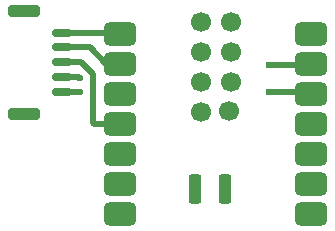
<source format=gbr>
%TF.GenerationSoftware,KiCad,Pcbnew,9.0.5*%
%TF.CreationDate,2025-11-15T15:45:14-05:00*%
%TF.ProjectId,CBU-Replacement-Daughterboard,4342552d-5265-4706-9c61-63656d656e74,rev?*%
%TF.SameCoordinates,Original*%
%TF.FileFunction,Copper,L1,Top*%
%TF.FilePolarity,Positive*%
%FSLAX46Y46*%
G04 Gerber Fmt 4.6, Leading zero omitted, Abs format (unit mm)*
G04 Created by KiCad (PCBNEW 9.0.5) date 2025-11-15 15:45:14*
%MOMM*%
%LPD*%
G01*
G04 APERTURE LIST*
G04 Aperture macros list*
%AMRoundRect*
0 Rectangle with rounded corners*
0 $1 Rounding radius*
0 $2 $3 $4 $5 $6 $7 $8 $9 X,Y pos of 4 corners*
0 Add a 4 corners polygon primitive as box body*
4,1,4,$2,$3,$4,$5,$6,$7,$8,$9,$2,$3,0*
0 Add four circle primitives for the rounded corners*
1,1,$1+$1,$2,$3*
1,1,$1+$1,$4,$5*
1,1,$1+$1,$6,$7*
1,1,$1+$1,$8,$9*
0 Add four rect primitives between the rounded corners*
20,1,$1+$1,$2,$3,$4,$5,0*
20,1,$1+$1,$4,$5,$6,$7,0*
20,1,$1+$1,$6,$7,$8,$9,0*
20,1,$1+$1,$8,$9,$2,$3,0*%
G04 Aperture macros list end*
%TA.AperFunction,SMDPad,CuDef*%
%ADD10RoundRect,0.250000X-1.100000X0.250000X-1.100000X-0.250000X1.100000X-0.250000X1.100000X0.250000X0*%
%TD*%
%TA.AperFunction,SMDPad,CuDef*%
%ADD11RoundRect,0.150000X-0.700000X0.150000X-0.700000X-0.150000X0.700000X-0.150000X0.700000X0.150000X0*%
%TD*%
%TA.AperFunction,SMDPad,CuDef*%
%ADD12RoundRect,0.500000X-0.875000X-0.500000X0.875000X-0.500000X0.875000X0.500000X-0.875000X0.500000X0*%
%TD*%
%TA.AperFunction,SMDPad,CuDef*%
%ADD13RoundRect,0.275000X-0.275000X0.975000X-0.275000X-0.975000X0.275000X-0.975000X0.275000X0.975000X0*%
%TD*%
%TA.AperFunction,SMDPad,CuDef*%
%ADD14C,1.700000*%
%TD*%
%TA.AperFunction,ViaPad*%
%ADD15C,0.600000*%
%TD*%
%TA.AperFunction,Conductor*%
%ADD16C,0.500000*%
%TD*%
G04 APERTURE END LIST*
D10*
%TO.P,J1,MP,MountPin*%
%TO.N,unconnected-(J1-MountPin-PadMP)*%
X139350000Y-94250000D03*
X139350000Y-85550000D03*
D11*
%TO.P,J1,5,Pin_5*%
%TO.N,Net-(J1-Pin_5)*%
X142550000Y-92400000D03*
%TO.P,J1,4,Pin_4*%
%TO.N,Net-(J1-Pin_4)*%
X142550000Y-91150000D03*
%TO.P,J1,3,Pin_3*%
%TO.N,Net-(J1-Pin_3)*%
X142550000Y-89900000D03*
%TO.P,J1,2,Pin_2*%
%TO.N,Net-(J1-Pin_2)*%
X142550000Y-88650000D03*
%TO.P,J1,1,Pin_1*%
%TO.N,Net-(J1-Pin_1)*%
X142550000Y-87400000D03*
%TD*%
D12*
%TO.P,U1,1,GPIO0_A0_D0*%
%TO.N,Net-(J1-Pin_1)*%
X147518400Y-87481500D03*
%TO.P,U1,2,GPIO1_A1_D1*%
%TO.N,Net-(J1-Pin_2)*%
X147518400Y-90021500D03*
%TO.P,U1,3,GPIO2_A2_D2*%
%TO.N,unconnected-(U1-GPIO2_A2_D2-Pad3)*%
X147518400Y-92561500D03*
%TO.P,U1,4,GPIO21_D3*%
%TO.N,Net-(J1-Pin_3)*%
X147518400Y-95101500D03*
%TO.P,U1,5,GPIO22_D4_SDA*%
%TO.N,unconnected-(U1-GPIO22_D4_SDA-Pad5)*%
X147518400Y-97641500D03*
%TO.P,U1,6,GPIO23_D5_SCL*%
%TO.N,unconnected-(U1-GPIO23_D5_SCL-Pad6)*%
X147518400Y-100181500D03*
%TO.P,U1,7,GPIO16_D6_TX*%
%TO.N,unconnected-(U1-GPIO16_D6_TX-Pad7)*%
X147518400Y-102721500D03*
%TO.P,U1,8,GPIO17_D7_RX*%
%TO.N,unconnected-(U1-GPIO17_D7_RX-Pad8)*%
X163683400Y-102721500D03*
%TO.P,U1,9,GPIO19_D8_SCK*%
%TO.N,unconnected-(U1-GPIO19_D8_SCK-Pad9)*%
X163683400Y-100181500D03*
%TO.P,U1,10,GPIO20_D9_MISO*%
%TO.N,unconnected-(U1-GPIO20_D9_MISO-Pad10)*%
X163683400Y-97641500D03*
%TO.P,U1,11,GPIO18_D10_MOSI*%
%TO.N,unconnected-(U1-GPIO18_D10_MOSI-Pad11)*%
X163683400Y-95101500D03*
%TO.P,U1,12,3V3*%
%TO.N,Net-(J1-Pin_5)*%
X163683400Y-92561500D03*
%TO.P,U1,13,GND*%
%TO.N,Net-(J1-Pin_4)*%
X163683400Y-90021500D03*
%TO.P,U1,14,5V*%
%TO.N,unconnected-(U1-5V-Pad14)*%
X163683400Y-87481500D03*
D13*
%TO.P,U1,15,BAT*%
%TO.N,unconnected-(U1-BAT-Pad15)*%
X153792000Y-100633200D03*
%TO.P,U1,16,GND*%
%TO.N,unconnected-(U1-GND-Pad16)*%
X156332000Y-100633200D03*
D14*
%TO.P,U1,17,MTDI*%
%TO.N,unconnected-(U1-MTDI-Pad17)*%
X154300000Y-86460000D03*
%TO.P,U1,18,MTDO*%
%TO.N,unconnected-(U1-MTDO-Pad18)*%
X156840000Y-86460000D03*
%TO.P,U1,19,CHIP_EN*%
%TO.N,unconnected-(U1-CHIP_EN-Pad19)*%
X154300000Y-89000000D03*
%TO.P,U1,20,GND*%
%TO.N,unconnected-(U1-GND-Pad20)*%
X156840000Y-89000000D03*
%TO.P,U1,21,MTMS*%
%TO.N,unconnected-(U1-MTMS-Pad21)*%
X154300000Y-91540000D03*
%TO.P,U1,22,MTCK*%
%TO.N,unconnected-(U1-MTCK-Pad22)*%
X156840000Y-91540000D03*
%TO.P,U1,23,BOOT*%
%TO.N,unconnected-(U1-BOOT-Pad23)*%
X154300000Y-94080000D03*
%TO.P,U1,24,3V3_1*%
%TO.N,unconnected-(U1-3V3_1-Pad24)*%
X156747400Y-94023200D03*
%TD*%
D15*
%TO.N,Net-(J1-Pin_5)*%
X160100000Y-92400000D03*
X144100000Y-92400000D03*
%TO.N,Net-(J1-Pin_4)*%
X160100000Y-90100000D03*
X144100000Y-91200000D03*
%TD*%
D16*
%TO.N,Net-(J1-Pin_5)*%
X160100000Y-92400000D02*
X163521900Y-92400000D01*
X163521900Y-92400000D02*
X163683400Y-92561500D01*
X142550000Y-92400000D02*
X144100000Y-92400000D01*
%TO.N,Net-(J1-Pin_4)*%
X160100000Y-90100000D02*
X163604900Y-90100000D01*
X163604900Y-90100000D02*
X163683400Y-90021500D01*
X144050000Y-91150000D02*
X144100000Y-91200000D01*
X142550000Y-91150000D02*
X144050000Y-91150000D01*
%TO.N,Net-(J1-Pin_3)*%
X145200000Y-95000000D02*
X145301500Y-95101500D01*
X145301500Y-95101500D02*
X147518400Y-95101500D01*
X145200000Y-90900000D02*
X145200000Y-95000000D01*
X144200000Y-89900000D02*
X145200000Y-90900000D01*
X142550000Y-89900000D02*
X144200000Y-89900000D01*
%TO.N,Net-(J1-Pin_2)*%
X146321500Y-90021500D02*
X147518400Y-90021500D01*
X144950000Y-88650000D02*
X146321500Y-90021500D01*
X142550000Y-88650000D02*
X144950000Y-88650000D01*
%TO.N,Net-(J1-Pin_1)*%
X147436900Y-87400000D02*
X147518400Y-87481500D01*
X142550000Y-87400000D02*
X147436900Y-87400000D01*
%TD*%
M02*

</source>
